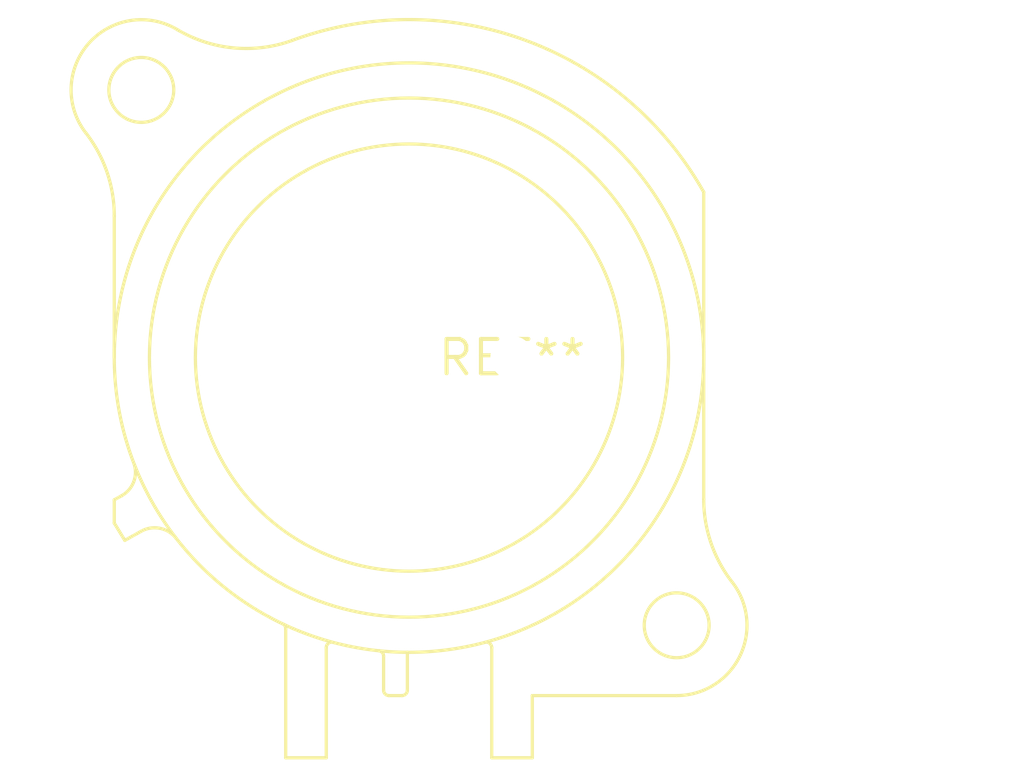
<source format=kicad_pcb>
(kicad_pcb (version 20240108) (generator pcbnew)
  (layers (0 "F.Cu" signal) (31 "B.Cu" signal) (34 "B.Paste" user) (35 "F.Paste" user) (36 "B.SilkS" user "B.Silkscreen") (37 "F.SilkS" user "F.Silkscreen") (38 "B.Mask" user) (39 "F.Mask" user) (44 "Edge.Cuts" user))
  (net 0 "")
  (footprint "Jack_XLR_Neutrik_NC3FAAV1-0_Vertical" (layer "F.Cu") (at 0 0)
    (property "Reference" "REF**")
    (property "Value" "Jack_XLR_Neutrik_NC3FAAV1-0_Vertical")
    (fp_line (start -14.71 0) (end -14.71 -5.24) (layer "F.SilkS") (stroke (width 0.12)))
    (fp_line (start -14.71 5.26) (end -14.44 5.11) (layer "F.SilkS") (stroke (width 0.12)))
    (fp_line (start -14.71 6.12) (end -14.71 5.26) (layer "F.SilkS") (stroke (width 0.12)))
    (fp_line (start -14.32 6.76) (end -14.71 6.12) (layer "F.SilkS") (stroke (width 0.12)))
    (fp_line (start -13.71 6.42) (end -14.32 6.76) (layer "F.SilkS") (stroke (width 0.12)))
    (fp_line (start -8.37 10.03) (end -8.37 14.8) (layer "F.SilkS") (stroke (width 0.12)))
    (fp_line (start -6.87 14.8) (end -8.37 14.8) (layer "F.SilkS") (stroke (width 0.12)))
    (fp_line (start -6.87 14.8) (end -6.87 10.73) (layer "F.SilkS") (stroke (width 0.12)))
    (fp_line (start -4.75 11.04) (end -4.75 12.3) (layer "F.SilkS") (stroke (width 0.12)))
    (fp_line (start -4.07 12.5) (end -4.55 12.5) (layer "F.SilkS") (stroke (width 0.12)))
    (fp_line (start -3.87 10.9) (end -3.87 12.3) (layer "F.SilkS") (stroke (width 0.12)))
    (fp_line (start -0.75 10.73) (end -0.75 10.73) (layer "F.SilkS") (stroke (width 0.12)))
    (fp_line (start -0.75 14.8) (end -0.75 10.73) (layer "F.SilkS") (stroke (width 0.12)))
    (fp_line (start 0.75 12.5) (end 6.09 12.5) (layer "F.SilkS") (stroke (width 0.12)))
    (fp_line (start 0.75 14.8) (end -0.75 14.8) (layer "F.SilkS") (stroke (width 0.12)))
    (fp_line (start 0.75 14.8) (end 0.75 12.5) (layer "F.SilkS") (stroke (width 0.12)))
    (fp_line (start 7.09 5.24) (end 7.09 -6.12) (layer "F.SilkS") (stroke (width 0.12)))
    (fp_arc (start -15.766689 -8.317569) (mid -14.98153 -6.866962) (end -14.71 -5.24) (layer "F.SilkS") (stroke (width 0.12)))
    (fp_arc (start -15.761979 -8.309032) (mid -15.65429 -11.620911) (end -12.38 -12.13) (layer "F.SilkS") (stroke (width 0.12)))
    (fp_arc (start -13.969214 3.951372) (mid -13.999461 4.614043) (end -14.44 5.11) (layer "F.SilkS") (stroke (width 0.12)))
    (fp_arc (start -13.71 6.42) (mid -13.01025 6.315915) (end -12.412202 6.693832) (layer "F.SilkS") (stroke (width 0.12)))
    (fp_arc (start -8.436364 9.870864) (mid -8.385177 9.942924) (end -8.37 10.03) (layer "F.SilkS") (stroke (width 0.12)))
    (fp_arc (start -8.12905 -11.730738) (mid 0.51404 -11.7289) (end 7.09 -6.12) (layer "F.SilkS") (stroke (width 0.12)))
    (fp_arc (start -8.118081 -11.733841) (mid -10.293498 -11.453642) (end -12.38 -12.13) (layer "F.SilkS") (stroke (width 0.12)))
    (fp_arc (start -6.87 10.73) (mid -6.814828 10.588126) (end -6.678303 10.520799) (layer "F.SilkS") (stroke (width 0.12)))
    (fp_arc (start -4.908418 10.84437) (mid -4.794571 10.914136) (end -4.75 11.04) (layer "F.SilkS") (stroke (width 0.12)))
    (fp_arc (start -4.55 12.5) (mid -4.691421 12.441421) (end -4.75 12.3) (layer "F.SilkS") (stroke (width 0.12)))
    (fp_arc (start -3.87 12.3) (mid -3.928579 12.441421) (end -4.07 12.5) (layer "F.SilkS") (stroke (width 0.12)))
    (fp_arc (start -0.949009 10.520288) (mid -0.807671 10.585446) (end -0.75 10.73) (layer "F.SilkS") (stroke (width 0.12)))
    (fp_arc (start 8.141619 8.302858) (mid 8.42587 11.041804) (end 6.09 12.5) (layer "F.SilkS") (stroke (width 0.12)))
    (fp_arc (start 8.14247 8.305283) (mid 7.360446 6.860467) (end 7.09 5.24) (layer "F.SilkS") (stroke (width 0.12)))
    (fp_circle (center -13.71 -9.9) (end -12.51 -9.9) (layer "F.SilkS") (stroke (width 0.12)) (fill none))
    (fp_circle (center -3.81 0) (end 4.09 0) (layer "F.SilkS") (stroke (width 0.12)) (fill none))
    (fp_circle (center -3.81 0) (end 5.79 0) (layer "F.SilkS") (stroke (width 0.12)) (fill none))
    (fp_circle (center -3.81 0) (end 7.09 0) (layer "F.SilkS") (stroke (width 0.12)) (fill none))
    (fp_circle (center 6.09 9.9) (end 7.29 9.9) (layer "F.SilkS") (stroke (width 0.12)) (fill none))
    (pad "1" thru_hole circle (at 0 0) (size 3.4 3.4) (drill 1.6) (layers *.Cu *.Mask) (remove_unused_layers))
    (pad "2" thru_hole circle (at -7.62 0) (size 3.4 3.4) (drill 1.6) (layers *.Cu *.Mask) (remove_unused_layers))
    (pad "3" thru_hole circle (at -3.81 4.45) (size 2.9 2.9) (drill 1.2) (layers *.Cu *.Mask) (remove_unused_layers))
  )
)
</source>
